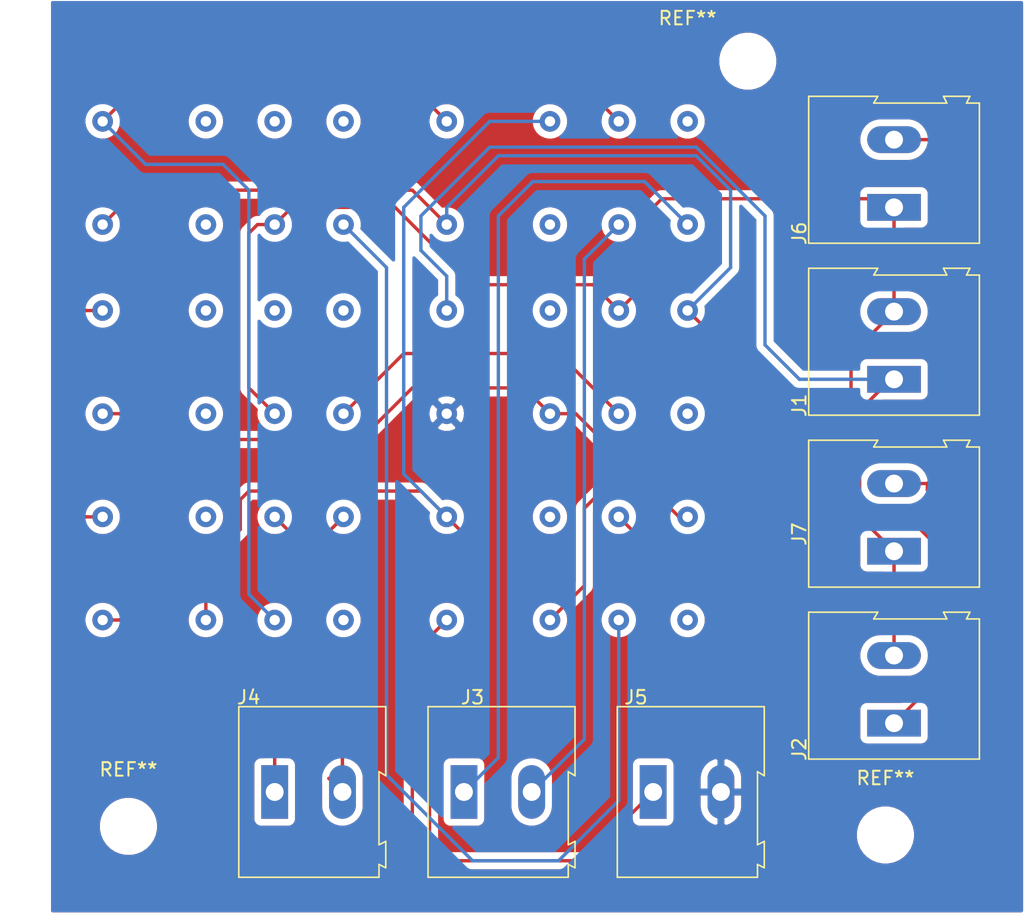
<source format=kicad_pcb>
(kicad_pcb (version 20171130) (host pcbnew "(5.1.7)-1")
  (layers (0 F.Cu signal) (31 B.Cu signal) (34 B.Paste user) (35 F.Paste user) (36 B.SilkS user) (37 F.SilkS user) (38 B.Mask user) (39 F.Mask user) (44 Edge.Cuts user))
  (net 0 "")
  (net 1 +5V)
  (net 2 "Net-(J1-Pad1)")
  (net 3 "Net-(J3-Pad2)")
  (net 4 "Net-(J3-Pad1)")
  (net 5 "Net-(J4-Pad2)")
  (net 6 "Net-(J4-Pad1)")
  (net 7 GND)
  (net 8 "Net-(J5-Pad1)")
  (net 9 "Net-(J6-Pad2)")
  (net 10 "Net-(K1-Pad8)")
  (net 11 "Net-(K1-Pad9)")
  (net 12 "Net-(K1-Pad11)")
  (net 13 "Net-(K1-Pad4)")
  (net 14 "Net-(K1-Pad13)")
  (net 15 "Net-(K1-Pad1)")
  (net 16 "Net-(K1-Pad16)")
  (net 17 "Net-(K2-Pad8)")
  (net 18 "Net-(K2-Pad9)")
  (net 19 "Net-(K2-Pad11)")
  (net 20 "Net-(K2-Pad4)")
  (net 21 "Net-(K2-Pad13)")
  (net 22 "Net-(K2-Pad1)")
  (net 23 "Net-(K2-Pad16)")
  (net 24 "Net-(K3-Pad9)")
  (net 25 "Net-(K3-Pad4)")
  (net 26 "Net-(K4-Pad8)")
  (net 27 "Net-(K4-Pad13)")
  (net 28 "Net-(K5-Pad8)")
  (net 29 "Net-(K5-Pad13)")
  (net 30 "Net-(K6-Pad8)")
  (net 31 "Net-(K6-Pad13)")
  (module MountingHole:MountingHole_3.2mm_M3 (layer F.Cu) (at 156.845 60.325)
    (fp_text reference REF** (at -4.445 -3.175) (layer F.SilkS))
    (fp_text value MountingHole_3.2mm_M3)
    (pad 1 np_thru_hole circle (at 0 0) (size 3.2 3.2) (drill 3.2) (layers *.Cu *.Mask))
  )
  (module MountingHole:MountingHole_3.2mm_M3 (layer F.Cu) (at 167.005 117.475)
    (fp_text reference REF** (at 0 -4.2) (layer F.SilkS))
    (fp_text value MountingHole_3.2mm_M3)
    (pad 1 np_thru_hole circle (at 0 0) (size 3.2 3.2) (drill 3.2) (layers *.Cu *.Mask))
  )
  (module MountingHole:MountingHole_3.2mm_M3 (layer F.Cu) (at 111.125 116.84)
    (fp_text reference REF** (at 0 -4.2) (layer F.SilkS))
    (fp_text value MountingHole_3.2mm_M3)
    (pad 1 np_thru_hole circle (at 0 0) (size 3.2 3.2) (drill 3.2) (layers *.Cu *.Mask))
  )
  (module CiCad_moje:N4078-2C-5V-0.2W (layer F.Cu) (at 134.62 86.36)
    (fp_text reference K5 hide)
    (fp_text value N4078)
    (pad 8 thru_hole circle (at 17.78 0) (size 1.524 1.524) (drill 0.762) (layers *.Cu *.Mask) (net 28 "Net-(K5-Pad8)"))
    (pad 9 thru_hole circle (at 17.78 -7.62) (size 1.524 1.524) (drill 0.762) (layers *.Cu *.Mask) (net 15 "Net-(K1-Pad1)"))
    (pad 6 thru_hole circle (at 12.7 0) (size 1.524 1.524) (drill 0.762) (layers *.Cu *.Mask) (net 17 "Net-(K2-Pad8)"))
    (pad 11 thru_hole circle (at 12.7 -7.62) (size 1.524 1.524) (drill 0.762) (layers *.Cu *.Mask) (net 1 +5V))
    (pad 4 thru_hole circle (at 7.62 0) (size 1.524 1.524) (drill 0.762) (layers *.Cu *.Mask) (net 22 "Net-(K2-Pad1)"))
    (pad 13 thru_hole circle (at 7.62 -7.62) (size 1.524 1.524) (drill 0.762) (layers *.Cu *.Mask) (net 29 "Net-(K5-Pad13)"))
    (pad 1 thru_hole circle (at 0 0) (size 1.524 1.524) (drill 0.762) (layers *.Cu *.Mask) (net 7 GND))
    (pad 16 thru_hole circle (at 0 -7.62) (size 1.524 1.524) (drill 0.762) (layers *.Cu *.Mask) (net 2 "Net-(J1-Pad1)"))
  )
  (module TerminalBlock:TerminalBlock_Altech_AK300-2_P5.00mm (layer F.Cu) (at 135.89 114.3)
    (fp_text reference J3 (at 0.635 -6.99) (layer F.SilkS))
    (fp_text value K3_NO)
    (fp_line (start 8.2 -6.3) (end -2.65 -6.3) (layer F.SilkS) (width 0.12))
    (fp_line (start 8.2 -1.2) (end 8.2 -6.3) (layer F.SilkS) (width 0.12))
    (fp_line (start 7.7 -1.5) (end 8.2 -1.2) (layer F.SilkS) (width 0.12))
    (fp_line (start 7.7 3.9) (end 7.7 -1.5) (layer F.SilkS) (width 0.12))
    (fp_line (start 8.2 3.65) (end 7.7 3.9) (layer F.SilkS) (width 0.12))
    (fp_line (start 8.2 3.7) (end 8.2 3.65) (layer F.SilkS) (width 0.12))
    (fp_line (start 8.2 5.6) (end 8.2 3.7) (layer F.SilkS) (width 0.12))
    (fp_line (start 7.7 5.35) (end 8.2 5.6) (layer F.SilkS) (width 0.12))
    (fp_line (start 7.7 6.3) (end 7.7 5.35) (layer F.SilkS) (width 0.12))
    (fp_line (start -2.65 6.3) (end 7.7 6.3) (layer F.SilkS) (width 0.12))
    (fp_line (start -2.65 -6.3) (end -2.65 6.3) (layer F.SilkS) (width 0.12))
    (pad 2 thru_hole oval (at 5 0) (size 1.98 3.96) (drill 1.32) (layers *.Cu *.Mask) (net 3 "Net-(J3-Pad2)"))
    (pad 1 thru_hole rect (at 0 0) (size 1.98 3.96) (drill 1.32) (layers *.Cu *.Mask) (net 4 "Net-(J3-Pad1)"))
  )
  (module TerminalBlock:TerminalBlock_Altech_AK300-2_P5.00mm (layer F.Cu) (at 167.64 83.82 90)
    (fp_text reference J1 (at -1.92 -6.99 90) (layer F.SilkS))
    (fp_text value przycisk_dol)
    (fp_line (start 8.2 -6.3) (end -2.65 -6.3) (layer F.SilkS) (width 0.12))
    (fp_line (start 8.2 -1.2) (end 8.2 -6.3) (layer F.SilkS) (width 0.12))
    (fp_line (start 7.7 -1.5) (end 8.2 -1.2) (layer F.SilkS) (width 0.12))
    (fp_line (start 7.7 3.9) (end 7.7 -1.5) (layer F.SilkS) (width 0.12))
    (fp_line (start 8.2 3.65) (end 7.7 3.9) (layer F.SilkS) (width 0.12))
    (fp_line (start 8.2 3.7) (end 8.2 3.65) (layer F.SilkS) (width 0.12))
    (fp_line (start 8.2 5.6) (end 8.2 3.7) (layer F.SilkS) (width 0.12))
    (fp_line (start 7.7 5.35) (end 8.2 5.6) (layer F.SilkS) (width 0.12))
    (fp_line (start 7.7 6.3) (end 7.7 5.35) (layer F.SilkS) (width 0.12))
    (fp_line (start -2.65 6.3) (end 7.7 6.3) (layer F.SilkS) (width 0.12))
    (fp_line (start -2.65 -6.3) (end -2.65 6.3) (layer F.SilkS) (width 0.12))
    (pad 2 thru_hole oval (at 5 0 90) (size 1.98 3.96) (drill 1.32) (layers *.Cu *.Mask) (net 1 +5V))
    (pad 1 thru_hole rect (at 0 0 90) (size 1.98 3.96) (drill 1.32) (layers *.Cu *.Mask) (net 2 "Net-(J1-Pad1)"))
  )
  (module CiCad_moje:N4078-2C-5V-0.2W (layer F.Cu) (at 134.62 101.6)
    (fp_text reference K6 hide)
    (fp_text value N4078)
    (pad 8 thru_hole circle (at 17.78 0) (size 1.524 1.524) (drill 0.762) (layers *.Cu *.Mask) (net 30 "Net-(K6-Pad8)"))
    (pad 9 thru_hole circle (at 17.78 -7.62) (size 1.524 1.524) (drill 0.762) (layers *.Cu *.Mask) (net 22 "Net-(K2-Pad1)"))
    (pad 6 thru_hole circle (at 12.7 0) (size 1.524 1.524) (drill 0.762) (layers *.Cu *.Mask) (net 10 "Net-(K1-Pad8)"))
    (pad 11 thru_hole circle (at 12.7 -7.62) (size 1.524 1.524) (drill 0.762) (layers *.Cu *.Mask) (net 1 +5V))
    (pad 4 thru_hole circle (at 7.62 0) (size 1.524 1.524) (drill 0.762) (layers *.Cu *.Mask) (net 15 "Net-(K1-Pad1)"))
    (pad 13 thru_hole circle (at 7.62 -7.62) (size 1.524 1.524) (drill 0.762) (layers *.Cu *.Mask) (net 31 "Net-(K6-Pad13)"))
    (pad 1 thru_hole circle (at 0 0) (size 1.524 1.524) (drill 0.762) (layers *.Cu *.Mask) (net 9 "Net-(J6-Pad2)"))
    (pad 16 thru_hole circle (at 0 -7.62) (size 1.524 1.524) (drill 0.762) (layers *.Cu *.Mask) (net 8 "Net-(J5-Pad1)"))
  )
  (module CiCad_moje:N4078-2C-5V-0.2W (layer F.Cu) (at 109.22 101.6)
    (fp_text reference K4 hide)
    (fp_text value N4078)
    (pad 8 thru_hole circle (at 17.78 0) (size 1.524 1.524) (drill 0.762) (layers *.Cu *.Mask) (net 26 "Net-(K4-Pad8)"))
    (pad 9 thru_hole circle (at 17.78 -7.62) (size 1.524 1.524) (drill 0.762) (layers *.Cu *.Mask) (net 5 "Net-(J4-Pad2)"))
    (pad 6 thru_hole circle (at 12.7 0) (size 1.524 1.524) (drill 0.762) (layers *.Cu *.Mask) (net 16 "Net-(K1-Pad16)"))
    (pad 11 thru_hole circle (at 12.7 -7.62) (size 1.524 1.524) (drill 0.762) (layers *.Cu *.Mask) (net 6 "Net-(J4-Pad1)"))
    (pad 4 thru_hole circle (at 7.62 0) (size 1.524 1.524) (drill 0.762) (layers *.Cu *.Mask) (net 8 "Net-(J5-Pad1)"))
    (pad 13 thru_hole circle (at 7.62 -7.62) (size 1.524 1.524) (drill 0.762) (layers *.Cu *.Mask) (net 27 "Net-(K4-Pad13)"))
    (pad 1 thru_hole circle (at 0 0) (size 1.524 1.524) (drill 0.762) (layers *.Cu *.Mask) (net 22 "Net-(K2-Pad1)"))
    (pad 16 thru_hole circle (at 0 -7.62) (size 1.524 1.524) (drill 0.762) (layers *.Cu *.Mask) (net 23 "Net-(K2-Pad16)"))
  )
  (module CiCad_moje:N4078-2C-5V-0.2W (layer F.Cu) (at 134.62 72.39)
    (fp_text reference K3 hide)
    (fp_text value N4078)
    (pad 8 thru_hole circle (at 17.78 0) (size 1.524 1.524) (drill 0.762) (layers *.Cu *.Mask) (net 4 "Net-(J3-Pad1)"))
    (pad 9 thru_hole circle (at 17.78 -7.62) (size 1.524 1.524) (drill 0.762) (layers *.Cu *.Mask) (net 24 "Net-(K3-Pad9)"))
    (pad 6 thru_hole circle (at 12.7 0) (size 1.524 1.524) (drill 0.762) (layers *.Cu *.Mask) (net 3 "Net-(J3-Pad2)"))
    (pad 11 thru_hole circle (at 12.7 -7.62) (size 1.524 1.524) (drill 0.762) (layers *.Cu *.Mask) (net 23 "Net-(K2-Pad16)"))
    (pad 4 thru_hole circle (at 7.62 0) (size 1.524 1.524) (drill 0.762) (layers *.Cu *.Mask) (net 25 "Net-(K3-Pad4)"))
    (pad 13 thru_hole circle (at 7.62 -7.62) (size 1.524 1.524) (drill 0.762) (layers *.Cu *.Mask) (net 8 "Net-(J5-Pad1)"))
    (pad 1 thru_hole circle (at 0 0) (size 1.524 1.524) (drill 0.762) (layers *.Cu *.Mask) (net 15 "Net-(K1-Pad1)"))
    (pad 16 thru_hole circle (at 0 -7.62) (size 1.524 1.524) (drill 0.762) (layers *.Cu *.Mask) (net 16 "Net-(K1-Pad16)"))
  )
  (module CiCad_moje:N4078-2C-5V-0.2W (layer F.Cu) (at 109.22 86.36)
    (fp_text reference K2 hide)
    (fp_text value N4078)
    (pad 8 thru_hole circle (at 17.78 0) (size 1.524 1.524) (drill 0.762) (layers *.Cu *.Mask) (net 17 "Net-(K2-Pad8)"))
    (pad 9 thru_hole circle (at 17.78 -7.62) (size 1.524 1.524) (drill 0.762) (layers *.Cu *.Mask) (net 18 "Net-(K2-Pad9)"))
    (pad 6 thru_hole circle (at 12.7 0) (size 1.524 1.524) (drill 0.762) (layers *.Cu *.Mask) (net 1 +5V))
    (pad 11 thru_hole circle (at 12.7 -7.62) (size 1.524 1.524) (drill 0.762) (layers *.Cu *.Mask) (net 19 "Net-(K2-Pad11)"))
    (pad 4 thru_hole circle (at 7.62 0) (size 1.524 1.524) (drill 0.762) (layers *.Cu *.Mask) (net 20 "Net-(K2-Pad4)"))
    (pad 13 thru_hole circle (at 7.62 -7.62) (size 1.524 1.524) (drill 0.762) (layers *.Cu *.Mask) (net 21 "Net-(K2-Pad13)"))
    (pad 1 thru_hole circle (at 0 0) (size 1.524 1.524) (drill 0.762) (layers *.Cu *.Mask) (net 22 "Net-(K2-Pad1)"))
    (pad 16 thru_hole circle (at 0 -7.62) (size 1.524 1.524) (drill 0.762) (layers *.Cu *.Mask) (net 23 "Net-(K2-Pad16)"))
  )
  (module CiCad_moje:N4078-2C-5V-0.2W (layer F.Cu) (at 109.22 72.39)
    (fp_text reference K1 hide)
    (fp_text value N4078)
    (pad 8 thru_hole circle (at 17.78 0) (size 1.524 1.524) (drill 0.762) (layers *.Cu *.Mask) (net 10 "Net-(K1-Pad8)"))
    (pad 9 thru_hole circle (at 17.78 -7.62) (size 1.524 1.524) (drill 0.762) (layers *.Cu *.Mask) (net 11 "Net-(K1-Pad9)"))
    (pad 6 thru_hole circle (at 12.7 0) (size 1.524 1.524) (drill 0.762) (layers *.Cu *.Mask) (net 1 +5V))
    (pad 11 thru_hole circle (at 12.7 -7.62) (size 1.524 1.524) (drill 0.762) (layers *.Cu *.Mask) (net 12 "Net-(K1-Pad11)"))
    (pad 4 thru_hole circle (at 7.62 0) (size 1.524 1.524) (drill 0.762) (layers *.Cu *.Mask) (net 13 "Net-(K1-Pad4)"))
    (pad 13 thru_hole circle (at 7.62 -7.62) (size 1.524 1.524) (drill 0.762) (layers *.Cu *.Mask) (net 14 "Net-(K1-Pad13)"))
    (pad 1 thru_hole circle (at 0 0) (size 1.524 1.524) (drill 0.762) (layers *.Cu *.Mask) (net 15 "Net-(K1-Pad1)"))
    (pad 16 thru_hole circle (at 0 -7.62) (size 1.524 1.524) (drill 0.762) (layers *.Cu *.Mask) (net 16 "Net-(K1-Pad16)"))
  )
  (module TerminalBlock:TerminalBlock_Altech_AK300-2_P5.00mm (layer F.Cu) (at 167.64 96.52 90)
    (fp_text reference J7 (at 1.27 -6.99 90) (layer F.SilkS))
    (fp_text value Pilot_gora)
    (fp_line (start 8.2 -6.3) (end -2.65 -6.3) (layer F.SilkS) (width 0.12))
    (fp_line (start 8.2 -1.2) (end 8.2 -6.3) (layer F.SilkS) (width 0.12))
    (fp_line (start 7.7 -1.5) (end 8.2 -1.2) (layer F.SilkS) (width 0.12))
    (fp_line (start 7.7 3.9) (end 7.7 -1.5) (layer F.SilkS) (width 0.12))
    (fp_line (start 8.2 3.65) (end 7.7 3.9) (layer F.SilkS) (width 0.12))
    (fp_line (start 8.2 3.7) (end 8.2 3.65) (layer F.SilkS) (width 0.12))
    (fp_line (start 8.2 5.6) (end 8.2 3.7) (layer F.SilkS) (width 0.12))
    (fp_line (start 7.7 5.35) (end 8.2 5.6) (layer F.SilkS) (width 0.12))
    (fp_line (start 7.7 6.3) (end 7.7 5.35) (layer F.SilkS) (width 0.12))
    (fp_line (start -2.65 6.3) (end 7.7 6.3) (layer F.SilkS) (width 0.12))
    (fp_line (start -2.65 -6.3) (end -2.65 6.3) (layer F.SilkS) (width 0.12))
    (pad 2 thru_hole oval (at 5 0 90) (size 1.98 3.96) (drill 1.32) (layers *.Cu *.Mask) (net 9 "Net-(J6-Pad2)"))
    (pad 1 thru_hole rect (at 0 0 90) (size 1.98 3.96) (drill 1.32) (layers *.Cu *.Mask) (net 1 +5V))
  )
  (module TerminalBlock:TerminalBlock_Altech_AK300-2_P5.00mm (layer F.Cu) (at 167.64 71.12 90)
    (fp_text reference J6 (at -1.92 -6.99 90) (layer F.SilkS))
    (fp_text value Przycisk_gora)
    (fp_line (start -2.65 -6.3) (end -2.65 6.3) (layer F.SilkS) (width 0.12))
    (fp_line (start -2.65 6.3) (end 7.7 6.3) (layer F.SilkS) (width 0.12))
    (fp_line (start 7.7 6.3) (end 7.7 5.35) (layer F.SilkS) (width 0.12))
    (fp_line (start 7.7 5.35) (end 8.2 5.6) (layer F.SilkS) (width 0.12))
    (fp_line (start 8.2 5.6) (end 8.2 3.7) (layer F.SilkS) (width 0.12))
    (fp_line (start 8.2 3.7) (end 8.2 3.65) (layer F.SilkS) (width 0.12))
    (fp_line (start 8.2 3.65) (end 7.7 3.9) (layer F.SilkS) (width 0.12))
    (fp_line (start 7.7 3.9) (end 7.7 -1.5) (layer F.SilkS) (width 0.12))
    (fp_line (start 7.7 -1.5) (end 8.2 -1.2) (layer F.SilkS) (width 0.12))
    (fp_line (start 8.2 -1.2) (end 8.2 -6.3) (layer F.SilkS) (width 0.12))
    (fp_line (start 8.2 -6.3) (end -2.65 -6.3) (layer F.SilkS) (width 0.12))
    (pad 1 thru_hole rect (at 0 0 90) (size 1.98 3.96) (drill 1.32) (layers *.Cu *.Mask) (net 1 +5V))
    (pad 2 thru_hole oval (at 5 0 90) (size 1.98 3.96) (drill 1.32) (layers *.Cu *.Mask) (net 9 "Net-(J6-Pad2)"))
  )
  (module TerminalBlock:TerminalBlock_Altech_AK300-2_P5.00mm (layer F.Cu) (at 149.86 114.3)
    (fp_text reference J5 (at -1.27 -6.99) (layer F.SilkS))
    (fp_text value STOP)
    (fp_line (start 8.2 -6.3) (end -2.65 -6.3) (layer F.SilkS) (width 0.12))
    (fp_line (start 8.2 -1.2) (end 8.2 -6.3) (layer F.SilkS) (width 0.12))
    (fp_line (start 7.7 -1.5) (end 8.2 -1.2) (layer F.SilkS) (width 0.12))
    (fp_line (start 7.7 3.9) (end 7.7 -1.5) (layer F.SilkS) (width 0.12))
    (fp_line (start 8.2 3.65) (end 7.7 3.9) (layer F.SilkS) (width 0.12))
    (fp_line (start 8.2 3.7) (end 8.2 3.65) (layer F.SilkS) (width 0.12))
    (fp_line (start 8.2 5.6) (end 8.2 3.7) (layer F.SilkS) (width 0.12))
    (fp_line (start 7.7 5.35) (end 8.2 5.6) (layer F.SilkS) (width 0.12))
    (fp_line (start 7.7 6.3) (end 7.7 5.35) (layer F.SilkS) (width 0.12))
    (fp_line (start -2.65 6.3) (end 7.7 6.3) (layer F.SilkS) (width 0.12))
    (fp_line (start -2.65 -6.3) (end -2.65 6.3) (layer F.SilkS) (width 0.12))
    (pad 2 thru_hole oval (at 5 0) (size 1.98 3.96) (drill 1.32) (layers *.Cu *.Mask) (net 7 GND))
    (pad 1 thru_hole rect (at 0 0) (size 1.98 3.96) (drill 1.32) (layers *.Cu *.Mask) (net 8 "Net-(J5-Pad1)"))
  )
  (module TerminalBlock:TerminalBlock_Altech_AK300-2_P5.00mm (layer F.Cu) (at 121.92 114.3)
    (fp_text reference J4 (at -1.92 -6.99) (layer F.SilkS))
    (fp_text value K4_NO)
    (fp_line (start 8.2 -6.3) (end -2.65 -6.3) (layer F.SilkS) (width 0.12))
    (fp_line (start 8.2 -1.2) (end 8.2 -6.3) (layer F.SilkS) (width 0.12))
    (fp_line (start 7.7 -1.5) (end 8.2 -1.2) (layer F.SilkS) (width 0.12))
    (fp_line (start 7.7 3.9) (end 7.7 -1.5) (layer F.SilkS) (width 0.12))
    (fp_line (start 8.2 3.65) (end 7.7 3.9) (layer F.SilkS) (width 0.12))
    (fp_line (start 8.2 3.7) (end 8.2 3.65) (layer F.SilkS) (width 0.12))
    (fp_line (start 8.2 5.6) (end 8.2 3.7) (layer F.SilkS) (width 0.12))
    (fp_line (start 7.7 5.35) (end 8.2 5.6) (layer F.SilkS) (width 0.12))
    (fp_line (start 7.7 6.3) (end 7.7 5.35) (layer F.SilkS) (width 0.12))
    (fp_line (start -2.65 6.3) (end 7.7 6.3) (layer F.SilkS) (width 0.12))
    (fp_line (start -2.65 -6.3) (end -2.65 6.3) (layer F.SilkS) (width 0.12))
    (pad 2 thru_hole oval (at 5 0) (size 1.98 3.96) (drill 1.32) (layers *.Cu *.Mask) (net 5 "Net-(J4-Pad2)"))
    (pad 1 thru_hole rect (at 0 0) (size 1.98 3.96) (drill 1.32) (layers *.Cu *.Mask) (net 6 "Net-(J4-Pad1)"))
  )
  (module TerminalBlock:TerminalBlock_Altech_AK300-2_P5.00mm (layer F.Cu) (at 167.64 109.22 90)
    (fp_text reference J2 (at -1.92 -6.99 90) (layer F.SilkS))
    (fp_text value pilot_dol)
    (fp_line (start 8.2 -6.3) (end -2.65 -6.3) (layer F.SilkS) (width 0.12))
    (fp_line (start 8.2 -1.2) (end 8.2 -6.3) (layer F.SilkS) (width 0.12))
    (fp_line (start 7.7 -1.5) (end 8.2 -1.2) (layer F.SilkS) (width 0.12))
    (fp_line (start 7.7 3.9) (end 7.7 -1.5) (layer F.SilkS) (width 0.12))
    (fp_line (start 8.2 3.65) (end 7.7 3.9) (layer F.SilkS) (width 0.12))
    (fp_line (start 8.2 3.7) (end 8.2 3.65) (layer F.SilkS) (width 0.12))
    (fp_line (start 8.2 5.6) (end 8.2 3.7) (layer F.SilkS) (width 0.12))
    (fp_line (start 7.7 5.35) (end 8.2 5.6) (layer F.SilkS) (width 0.12))
    (fp_line (start 7.7 6.3) (end 7.7 5.35) (layer F.SilkS) (width 0.12))
    (fp_line (start -2.65 6.3) (end 7.7 6.3) (layer F.SilkS) (width 0.12))
    (fp_line (start -2.65 -6.3) (end -2.65 6.3) (layer F.SilkS) (width 0.12))
    (pad 2 thru_hole oval (at 5 0 90) (size 1.98 3.96) (drill 1.32) (layers *.Cu *.Mask) (net 1 +5V))
    (pad 1 thru_hole rect (at 0 0 90) (size 1.98 3.96) (drill 1.32) (layers *.Cu *.Mask) (net 2 "Net-(J1-Pad1)"))
  )
  (segment (start 167.64 71.12) (end 167.64 78.82) (width 0.25) (layer F.Cu) (net 1))
  (segment (start 165.33499 81.12501) (end 165.25499 81.12501) (width 0.25) (layer F.Cu) (net 1))
  (segment (start 165.25499 81.12501) (end 164.465 81.915) (width 0.25) (layer F.Cu) (net 1))
  (segment (start 164.465 81.915) (end 164.465 93.345) (width 0.25) (layer F.Cu) (net 1))
  (segment (start 164.465 93.345) (end 167.64 96.52) (width 0.25) (layer F.Cu) (net 1))
  (segment (start 167.64 78.82) (end 165.33499 81.12501) (width 0.25) (layer F.Cu) (net 1))
  (segment (start 167.64 104.22) (end 167.64 96.52) (width 0.25) (layer F.Cu) (net 1))
  (segment (start 121.92 72.39) (end 120.65 72.39) (width 0.25) (layer F.Cu) (net 1))
  (segment (start 120.65 72.39) (end 120.015 73.025) (width 0.25) (layer F.Cu) (net 1))
  (segment (start 120.015 84.455) (end 121.92 86.36) (width 0.25) (layer F.Cu) (net 1))
  (segment (start 120.015 73.025) (end 120.015 84.455) (width 0.25) (layer F.Cu) (net 1))
  (segment (start 167.005 70.485) (end 167.64 71.12) (width 0.25) (layer F.Cu) (net 1))
  (segment (start 150.495 70.485) (end 167.005 70.485) (width 0.25) (layer F.Cu) (net 1))
  (segment (start 149.225 71.755) (end 150.495 70.485) (width 0.25) (layer F.Cu) (net 1))
  (segment (start 149.225 76.835) (end 149.225 71.755) (width 0.25) (layer F.Cu) (net 1))
  (segment (start 147.32 78.74) (end 149.225 76.835) (width 0.25) (layer F.Cu) (net 1))
  (segment (start 145.415 76.835) (end 147.32 78.74) (width 0.25) (layer F.Cu) (net 1))
  (segment (start 136.525 76.835) (end 145.415 76.835) (width 0.25) (layer F.Cu) (net 1))
  (segment (start 130.81 71.12) (end 136.525 76.835) (width 0.25) (layer F.Cu) (net 1))
  (segment (start 123.19 71.12) (end 130.81 71.12) (width 0.25) (layer F.Cu) (net 1))
  (segment (start 121.92 72.39) (end 123.19 71.12) (width 0.25) (layer F.Cu) (net 1))
  (segment (start 149.225 95.885) (end 147.32 93.98) (width 0.25) (layer F.Cu) (net 1))
  (segment (start 151.13 97.79) (end 149.225 95.885) (width 0.25) (layer F.Cu) (net 1))
  (segment (start 160.02 97.79) (end 151.13 97.79) (width 0.25) (layer F.Cu) (net 1))
  (segment (start 164.465 93.345) (end 160.02 97.79) (width 0.25) (layer F.Cu) (net 1))
  (segment (start 165.1 92.94499) (end 165.1 86.12501) (width 0.25) (layer F.Cu) (net 2))
  (segment (start 168.655002 93.98) (end 166.13501 93.98) (width 0.25) (layer F.Cu) (net 2))
  (segment (start 166.13501 93.98) (end 165.1 92.94499) (width 0.25) (layer F.Cu) (net 2))
  (segment (start 170.815 96.139998) (end 168.655002 93.98) (width 0.25) (layer F.Cu) (net 2))
  (segment (start 170.815 106.045) (end 170.815 96.139998) (width 0.25) (layer F.Cu) (net 2))
  (segment (start 167.64 109.22) (end 170.815 106.045) (width 0.25) (layer F.Cu) (net 2))
  (segment (start 167.40501 83.82) (end 165.1 86.12501) (width 0.25) (layer F.Cu) (net 2))
  (segment (start 167.64 83.82) (end 167.40501 83.82) (width 0.25) (layer F.Cu) (net 2))
  (segment (start 158.115 81.28) (end 160.655 83.82) (width 0.25) (layer B.Cu) (net 2))
  (segment (start 160.655 83.82) (end 167.64 83.82) (width 0.25) (layer B.Cu) (net 2))
  (segment (start 153.03641 66.675) (end 158.115 71.75359) (width 0.25) (layer B.Cu) (net 2))
  (segment (start 158.115 71.75359) (end 158.115 81.28) (width 0.25) (layer B.Cu) (net 2))
  (segment (start 134.62 76.2) (end 132.715 74.295) (width 0.25) (layer B.Cu) (net 2))
  (segment (start 134.62 78.74) (end 134.62 76.2) (width 0.25) (layer B.Cu) (net 2))
  (segment (start 132.715 74.295) (end 132.715 71.755) (width 0.25) (layer B.Cu) (net 2))
  (segment (start 137.795 66.675) (end 153.03641 66.675) (width 0.25) (layer B.Cu) (net 2))
  (segment (start 132.715 71.755) (end 137.795 66.675) (width 0.25) (layer B.Cu) (net 2))
  (segment (start 147.32 72.39) (end 144.78 74.93) (width 0.25) (layer B.Cu) (net 3))
  (segment (start 144.78 110.41) (end 140.89 114.3) (width 0.25) (layer B.Cu) (net 3))
  (segment (start 144.78 74.93) (end 144.78 110.41) (width 0.25) (layer B.Cu) (net 3))
  (segment (start 138.43 111.76) (end 135.89 114.3) (width 0.25) (layer B.Cu) (net 4))
  (segment (start 138.43 71.755) (end 138.43 111.76) (width 0.25) (layer B.Cu) (net 4))
  (segment (start 140.97 69.215) (end 138.43 71.755) (width 0.25) (layer B.Cu) (net 4))
  (segment (start 149.225 69.215) (end 140.97 69.215) (width 0.25) (layer B.Cu) (net 4))
  (segment (start 152.4 72.39) (end 149.225 69.215) (width 0.25) (layer B.Cu) (net 4))
  (segment (start 125.912999 95.067001) (end 127 93.98) (width 0.25) (layer F.Cu) (net 5))
  (segment (start 126.92 114.3) (end 125.912999 113.292999) (width 0.25) (layer F.Cu) (net 5))
  (segment (start 126.92 114.3) (end 126.92 104.06) (width 0.25) (layer F.Cu) (net 5))
  (segment (start 126.92 104.06) (end 125.095 102.235) (width 0.25) (layer F.Cu) (net 5))
  (segment (start 125.095 95.885) (end 125.912999 95.067001) (width 0.25) (layer F.Cu) (net 5))
  (segment (start 125.095 102.235) (end 125.095 95.885) (width 0.25) (layer F.Cu) (net 5))
  (segment (start 123.007001 95.067001) (end 121.92 93.98) (width 0.25) (layer F.Cu) (net 6))
  (segment (start 123.825 95.885) (end 123.007001 95.067001) (width 0.25) (layer F.Cu) (net 6))
  (segment (start 123.825 102.235) (end 123.825 95.885) (width 0.25) (layer F.Cu) (net 6))
  (segment (start 121.92 104.14) (end 123.825 102.235) (width 0.25) (layer F.Cu) (net 6))
  (segment (start 121.92 114.3) (end 121.92 104.14) (width 0.25) (layer F.Cu) (net 6))
  (segment (start 153.035 106.045) (end 154.86 107.87) (width 0.25) (layer F.Cu) (net 7))
  (segment (start 154.86 107.87) (end 154.86 114.3) (width 0.25) (layer F.Cu) (net 7))
  (segment (start 140.335 106.045) (end 153.035 106.045) (width 0.25) (layer F.Cu) (net 7))
  (segment (start 137.795 103.505) (end 140.335 106.045) (width 0.25) (layer F.Cu) (net 7))
  (segment (start 137.795 89.535) (end 137.795 103.505) (width 0.25) (layer F.Cu) (net 7))
  (segment (start 134.62 86.36) (end 137.795 89.535) (width 0.25) (layer F.Cu) (net 7))
  (segment (start 120.015 92.075) (end 132.715 92.075) (width 0.25) (layer F.Cu) (net 8))
  (segment (start 132.715 92.075) (end 134.62 93.98) (width 0.25) (layer F.Cu) (net 8))
  (segment (start 119.38 92.71) (end 120.015 92.075) (width 0.25) (layer F.Cu) (net 8))
  (segment (start 119.38 94.911238) (end 119.38 92.71) (width 0.25) (layer F.Cu) (net 8))
  (segment (start 116.84 97.451238) (end 119.38 94.911238) (width 0.25) (layer F.Cu) (net 8))
  (segment (start 116.84 101.6) (end 116.84 97.451238) (width 0.25) (layer F.Cu) (net 8))
  (segment (start 136.525 95.885) (end 134.62 93.98) (width 0.25) (layer F.Cu) (net 8))
  (segment (start 136.525 105.41) (end 136.525 95.885) (width 0.25) (layer F.Cu) (net 8))
  (segment (start 133.35 108.585) (end 136.525 105.41) (width 0.25) (layer F.Cu) (net 8))
  (segment (start 133.35 118.11) (end 133.35 108.585) (width 0.25) (layer F.Cu) (net 8))
  (segment (start 134.62 119.38) (end 133.35 118.11) (width 0.25) (layer F.Cu) (net 8))
  (segment (start 144.78 119.38) (end 134.62 119.38) (width 0.25) (layer F.Cu) (net 8))
  (segment (start 149.86 114.3) (end 144.78 119.38) (width 0.25) (layer F.Cu) (net 8))
  (segment (start 131.445 90.805) (end 134.62 93.98) (width 0.25) (layer B.Cu) (net 8))
  (segment (start 131.445 71.12) (end 131.445 90.805) (width 0.25) (layer B.Cu) (net 8))
  (segment (start 137.795 64.77) (end 131.445 71.12) (width 0.25) (layer B.Cu) (net 8))
  (segment (start 142.24 64.77) (end 137.795 64.77) (width 0.25) (layer B.Cu) (net 8))
  (segment (start 167.64 66.12) (end 171.37 66.12) (width 0.25) (layer F.Cu) (net 9))
  (segment (start 171.37 66.12) (end 172.085 66.835) (width 0.25) (layer F.Cu) (net 9))
  (segment (start 172.085 66.835) (end 172.085 89.535) (width 0.25) (layer F.Cu) (net 9))
  (segment (start 170.1 91.52) (end 167.64 91.52) (width 0.25) (layer F.Cu) (net 9))
  (segment (start 172.085 89.535) (end 170.1 91.52) (width 0.25) (layer F.Cu) (net 9))
  (segment (start 170.1 91.995) (end 170.1 91.52) (width 0.25) (layer F.Cu) (net 9))
  (segment (start 172.085 93.98) (end 170.1 91.995) (width 0.25) (layer F.Cu) (net 9))
  (segment (start 172.085 120.015) (end 172.085 93.98) (width 0.25) (layer F.Cu) (net 9))
  (segment (start 170.815 121.285) (end 172.085 120.015) (width 0.25) (layer F.Cu) (net 9))
  (segment (start 132.08 120.015) (end 133.35 121.285) (width 0.25) (layer F.Cu) (net 9))
  (segment (start 133.35 121.285) (end 170.815 121.285) (width 0.25) (layer F.Cu) (net 9))
  (segment (start 132.08 104.14) (end 132.08 120.015) (width 0.25) (layer F.Cu) (net 9))
  (segment (start 134.62 101.6) (end 132.08 104.14) (width 0.25) (layer F.Cu) (net 9))
  (segment (start 147.32 114.935) (end 147.32 101.6) (width 0.25) (layer B.Cu) (net 10))
  (segment (start 142.875 119.38) (end 147.32 114.935) (width 0.25) (layer B.Cu) (net 10))
  (segment (start 136.525 119.38) (end 142.875 119.38) (width 0.25) (layer B.Cu) (net 10))
  (segment (start 130.175 113.03) (end 136.525 119.38) (width 0.25) (layer B.Cu) (net 10))
  (segment (start 130.175 75.565) (end 130.175 113.03) (width 0.25) (layer B.Cu) (net 10))
  (segment (start 127 72.39) (end 130.175 75.565) (width 0.25) (layer B.Cu) (net 10))
  (segment (start 109.22 72.39) (end 111.76 69.85) (width 0.25) (layer F.Cu) (net 15))
  (segment (start 132.08 69.85) (end 134.62 72.39) (width 0.25) (layer F.Cu) (net 15))
  (segment (start 111.76 69.85) (end 132.08 69.85) (width 0.25) (layer F.Cu) (net 15))
  (segment (start 151.765 95.885) (end 153.035 95.885) (width 0.25) (layer F.Cu) (net 15))
  (segment (start 147.955 92.075) (end 151.765 95.885) (width 0.25) (layer F.Cu) (net 15))
  (segment (start 146.05 92.075) (end 147.955 92.075) (width 0.25) (layer F.Cu) (net 15))
  (segment (start 154.305 80.645) (end 152.4 78.74) (width 0.25) (layer F.Cu) (net 15))
  (segment (start 144.78 93.345) (end 146.05 92.075) (width 0.25) (layer F.Cu) (net 15))
  (segment (start 154.305 94.615) (end 154.305 80.645) (width 0.25) (layer F.Cu) (net 15))
  (segment (start 144.78 99.06) (end 144.78 93.345) (width 0.25) (layer F.Cu) (net 15))
  (segment (start 153.035 95.885) (end 154.305 94.615) (width 0.25) (layer F.Cu) (net 15))
  (segment (start 142.24 101.6) (end 144.78 99.06) (width 0.25) (layer F.Cu) (net 15))
  (segment (start 134.62 72.39) (end 134.62 71.12) (width 0.25) (layer B.Cu) (net 15))
  (segment (start 134.62 71.12) (end 138.43 67.31) (width 0.25) (layer B.Cu) (net 15))
  (segment (start 138.43 67.31) (end 153.035 67.31) (width 0.25) (layer B.Cu) (net 15))
  (segment (start 153.035 67.31) (end 155.575 69.85) (width 0.25) (layer B.Cu) (net 15))
  (segment (start 155.575 75.565) (end 152.4 78.74) (width 0.25) (layer B.Cu) (net 15))
  (segment (start 155.575 69.85) (end 155.575 75.565) (width 0.25) (layer B.Cu) (net 15))
  (segment (start 111.125 62.865) (end 110.307001 63.682999) (width 0.25) (layer F.Cu) (net 16))
  (segment (start 110.307001 63.682999) (end 109.22 64.77) (width 0.25) (layer F.Cu) (net 16))
  (segment (start 132.715 62.865) (end 111.125 62.865) (width 0.25) (layer F.Cu) (net 16))
  (segment (start 134.62 64.77) (end 132.715 62.865) (width 0.25) (layer F.Cu) (net 16))
  (segment (start 121.92 101.6) (end 120.015 99.695) (width 0.25) (layer B.Cu) (net 16))
  (segment (start 120.015 99.695) (end 120.015 69.85) (width 0.25) (layer B.Cu) (net 16))
  (segment (start 120.015 69.85) (end 118.11 67.945) (width 0.25) (layer B.Cu) (net 16))
  (segment (start 112.395 67.945) (end 109.22 64.77) (width 0.25) (layer B.Cu) (net 16))
  (segment (start 118.11 67.945) (end 112.395 67.945) (width 0.25) (layer B.Cu) (net 16))
  (segment (start 142.875 81.915) (end 147.32 86.36) (width 0.25) (layer F.Cu) (net 17))
  (segment (start 131.445 81.915) (end 142.875 81.915) (width 0.25) (layer F.Cu) (net 17))
  (segment (start 127 86.36) (end 131.445 81.915) (width 0.25) (layer F.Cu) (net 17))
  (segment (start 110.49 86.36) (end 109.22 86.36) (width 0.25) (layer F.Cu) (net 22))
  (segment (start 111.76 100.33) (end 111.76 87.63) (width 0.25) (layer F.Cu) (net 22))
  (segment (start 110.49 101.6) (end 111.76 100.33) (width 0.25) (layer F.Cu) (net 22))
  (segment (start 111.76 87.63) (end 110.49 86.36) (width 0.25) (layer F.Cu) (net 22))
  (segment (start 109.22 101.6) (end 110.49 101.6) (width 0.25) (layer F.Cu) (net 22))
  (segment (start 142.24 86.36) (end 144.145 86.36) (width 0.25) (layer F.Cu) (net 22))
  (segment (start 151.765 93.98) (end 152.4 93.98) (width 0.25) (layer F.Cu) (net 22))
  (segment (start 144.145 86.36) (end 151.765 93.98) (width 0.25) (layer F.Cu) (net 22))
  (segment (start 111.76 87.63) (end 114.3 87.63) (width 0.25) (layer F.Cu) (net 22))
  (segment (start 114.3 87.63) (end 114.935 88.265) (width 0.25) (layer F.Cu) (net 22))
  (segment (start 114.935 88.265) (end 128.27 88.265) (width 0.25) (layer F.Cu) (net 22))
  (segment (start 128.27 88.265) (end 132.08 84.455) (width 0.25) (layer F.Cu) (net 22))
  (segment (start 140.335 84.455) (end 142.24 86.36) (width 0.25) (layer F.Cu) (net 22))
  (segment (start 132.08 84.455) (end 140.335 84.455) (width 0.25) (layer F.Cu) (net 22))
  (segment (start 109.22 93.98) (end 107.95 93.98) (width 0.25) (layer F.Cu) (net 23))
  (segment (start 107.95 93.98) (end 106.68 92.71) (width 0.25) (layer F.Cu) (net 23))
  (segment (start 106.68 92.71) (end 106.68 91.44) (width 0.25) (layer F.Cu) (net 23))
  (segment (start 106.68 92.075) (end 106.68 91.44) (width 0.25) (layer F.Cu) (net 23))
  (segment (start 107.95 78.74) (end 109.22 78.74) (width 0.25) (layer F.Cu) (net 23))
  (segment (start 106.68 80.01) (end 107.95 78.74) (width 0.25) (layer F.Cu) (net 23))
  (segment (start 106.68 91.44) (end 106.68 80.01) (width 0.25) (layer F.Cu) (net 23))
  (segment (start 106.68 77.47) (end 107.95 78.74) (width 0.25) (layer F.Cu) (net 23))
  (segment (start 106.68 64.77) (end 106.68 77.47) (width 0.25) (layer F.Cu) (net 23))
  (segment (start 109.035009 62.414991) (end 106.68 64.77) (width 0.25) (layer F.Cu) (net 23))
  (segment (start 144.964991 62.414991) (end 109.035009 62.414991) (width 0.25) (layer F.Cu) (net 23))
  (segment (start 147.32 64.77) (end 144.964991 62.414991) (width 0.25) (layer F.Cu) (net 23))
  (zone (net 7) (net_name GND) (layer F.Cu) (connect_pads (clearance 0.508)) (min_thickness 0.254) (fill yes (arc_segments 32) (thermal_gap 0.508) (thermal_bridge_width 0.508))
    (polygon (pts (xy 177.165 123.19) (xy 105.41 123.19) (xy 105.41 55.88) (xy 177.165 55.88)))
  )
  (zone (net 7) (net_name GND) (layer B.Cu) (connect_pads (clearance 0.508)) (min_thickness 0.254) (fill yes (arc_segments 32) (thermal_gap 0.508) (thermal_bridge_width 0.508))
    (polygon (pts (xy 177.165 123.19) (xy 105.41 123.19) (xy 105.41 55.88) (xy 177.165 55.88)))
  )
)
</source>
